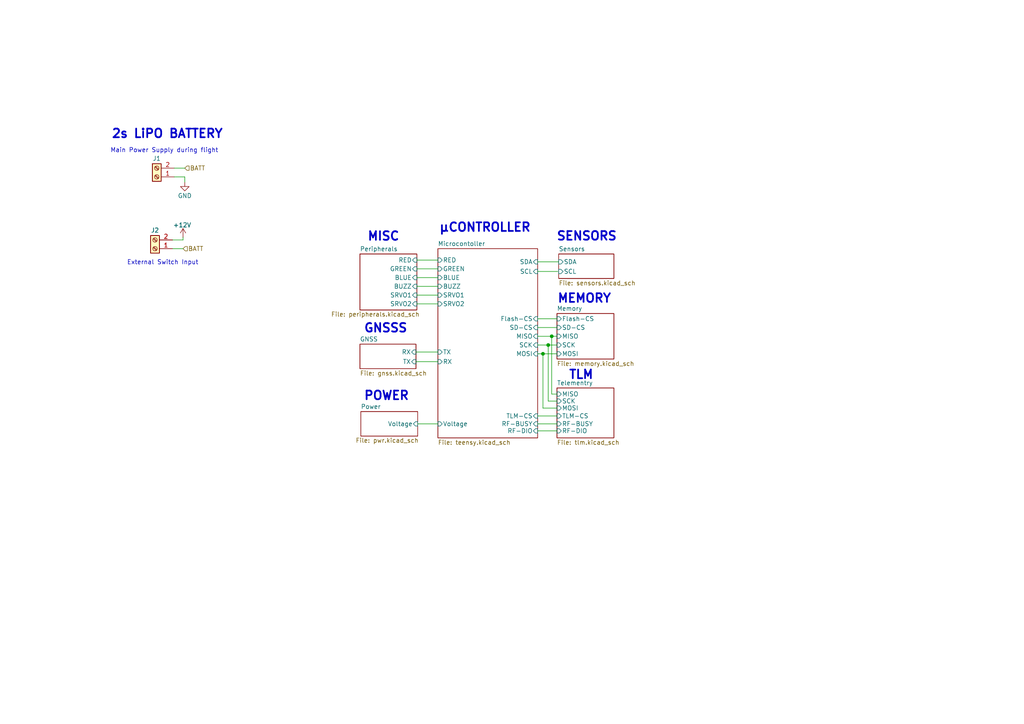
<source format=kicad_sch>
(kicad_sch (version 20230121) (generator eeschema)

  (uuid eca5bcb3-e8cc-4774-b734-f4245bf2d59b)

  (paper "A4")

  (lib_symbols
    (symbol "Connector:Screw_Terminal_01x02" (pin_names (offset 1.016) hide) (in_bom yes) (on_board yes)
      (property "Reference" "J" (at 0 2.54 0)
        (effects (font (size 1.27 1.27)))
      )
      (property "Value" "Screw_Terminal_01x02" (at 0 -5.08 0)
        (effects (font (size 1.27 1.27)))
      )
      (property "Footprint" "" (at 0 0 0)
        (effects (font (size 1.27 1.27)) hide)
      )
      (property "Datasheet" "~" (at 0 0 0)
        (effects (font (size 1.27 1.27)) hide)
      )
      (property "ki_keywords" "screw terminal" (at 0 0 0)
        (effects (font (size 1.27 1.27)) hide)
      )
      (property "ki_description" "Generic screw terminal, single row, 01x02, script generated (kicad-library-utils/schlib/autogen/connector/)" (at 0 0 0)
        (effects (font (size 1.27 1.27)) hide)
      )
      (property "ki_fp_filters" "TerminalBlock*:*" (at 0 0 0)
        (effects (font (size 1.27 1.27)) hide)
      )
      (symbol "Screw_Terminal_01x02_1_1"
        (rectangle (start -1.27 1.27) (end 1.27 -3.81)
          (stroke (width 0.254) (type default))
          (fill (type background))
        )
        (circle (center 0 -2.54) (radius 0.635)
          (stroke (width 0.1524) (type default))
          (fill (type none))
        )
        (polyline
          (pts
            (xy -0.5334 -2.2098)
            (xy 0.3302 -3.048)
          )
          (stroke (width 0.1524) (type default))
          (fill (type none))
        )
        (polyline
          (pts
            (xy -0.5334 0.3302)
            (xy 0.3302 -0.508)
          )
          (stroke (width 0.1524) (type default))
          (fill (type none))
        )
        (polyline
          (pts
            (xy -0.3556 -2.032)
            (xy 0.508 -2.8702)
          )
          (stroke (width 0.1524) (type default))
          (fill (type none))
        )
        (polyline
          (pts
            (xy -0.3556 0.508)
            (xy 0.508 -0.3302)
          )
          (stroke (width 0.1524) (type default))
          (fill (type none))
        )
        (circle (center 0 0) (radius 0.635)
          (stroke (width 0.1524) (type default))
          (fill (type none))
        )
        (pin passive line (at -5.08 0 0) (length 3.81)
          (name "Pin_1" (effects (font (size 1.27 1.27))))
          (number "1" (effects (font (size 1.27 1.27))))
        )
        (pin passive line (at -5.08 -2.54 0) (length 3.81)
          (name "Pin_2" (effects (font (size 1.27 1.27))))
          (number "2" (effects (font (size 1.27 1.27))))
        )
      )
    )
    (symbol "power:+12V" (power) (pin_names (offset 0)) (in_bom yes) (on_board yes)
      (property "Reference" "#PWR" (at 0 -3.81 0)
        (effects (font (size 1.27 1.27)) hide)
      )
      (property "Value" "+12V" (at 0 3.556 0)
        (effects (font (size 1.27 1.27)))
      )
      (property "Footprint" "" (at 0 0 0)
        (effects (font (size 1.27 1.27)) hide)
      )
      (property "Datasheet" "" (at 0 0 0)
        (effects (font (size 1.27 1.27)) hide)
      )
      (property "ki_keywords" "global power" (at 0 0 0)
        (effects (font (size 1.27 1.27)) hide)
      )
      (property "ki_description" "Power symbol creates a global label with name \"+12V\"" (at 0 0 0)
        (effects (font (size 1.27 1.27)) hide)
      )
      (symbol "+12V_0_1"
        (polyline
          (pts
            (xy -0.762 1.27)
            (xy 0 2.54)
          )
          (stroke (width 0) (type default))
          (fill (type none))
        )
        (polyline
          (pts
            (xy 0 0)
            (xy 0 2.54)
          )
          (stroke (width 0) (type default))
          (fill (type none))
        )
        (polyline
          (pts
            (xy 0 2.54)
            (xy 0.762 1.27)
          )
          (stroke (width 0) (type default))
          (fill (type none))
        )
      )
      (symbol "+12V_1_1"
        (pin power_in line (at 0 0 90) (length 0) hide
          (name "+12V" (effects (font (size 1.27 1.27))))
          (number "1" (effects (font (size 1.27 1.27))))
        )
      )
    )
    (symbol "power:GND" (power) (pin_names (offset 0)) (in_bom yes) (on_board yes)
      (property "Reference" "#PWR" (at 0 -6.35 0)
        (effects (font (size 1.27 1.27)) hide)
      )
      (property "Value" "GND" (at 0 -3.81 0)
        (effects (font (size 1.27 1.27)))
      )
      (property "Footprint" "" (at 0 0 0)
        (effects (font (size 1.27 1.27)) hide)
      )
      (property "Datasheet" "" (at 0 0 0)
        (effects (font (size 1.27 1.27)) hide)
      )
      (property "ki_keywords" "global power" (at 0 0 0)
        (effects (font (size 1.27 1.27)) hide)
      )
      (property "ki_description" "Power symbol creates a global label with name \"GND\" , ground" (at 0 0 0)
        (effects (font (size 1.27 1.27)) hide)
      )
      (symbol "GND_0_1"
        (polyline
          (pts
            (xy 0 0)
            (xy 0 -1.27)
            (xy 1.27 -1.27)
            (xy 0 -2.54)
            (xy -1.27 -1.27)
            (xy 0 -1.27)
          )
          (stroke (width 0) (type default))
          (fill (type none))
        )
      )
      (symbol "GND_1_1"
        (pin power_in line (at 0 0 270) (length 0) hide
          (name "GND" (effects (font (size 1.27 1.27))))
          (number "1" (effects (font (size 1.27 1.27))))
        )
      )
    )
  )

  (junction (at 160.02 97.536) (diameter 0) (color 0 0 0 0)
    (uuid 4469a1ab-618d-45b6-b1b2-21bba4f47415)
  )
  (junction (at 159.004 100.076) (diameter 0) (color 0 0 0 0)
    (uuid 61ff7a62-ee40-4370-b688-133763205f31)
  )
  (junction (at 157.48 102.616) (diameter 0) (color 0 0 0 0)
    (uuid c3e6e102-eab2-460e-a9bb-7439b2a954ff)
  )

  (wire (pts (xy 161.798 78.74) (xy 155.956 78.74))
    (stroke (width 0) (type default))
    (uuid 090325f4-89f1-41d5-9cfd-adea09637e6a)
  )
  (wire (pts (xy 53.086 68.834) (xy 53.086 69.596))
    (stroke (width 0) (type default))
    (uuid 0cd89813-e5f7-4b4a-ba70-aeef4d2b8001)
  )
  (wire (pts (xy 120.904 80.518) (xy 127 80.518))
    (stroke (width 0) (type default))
    (uuid 0f7baee0-ac7e-421d-a74d-9439ee2ddbba)
  )
  (wire (pts (xy 157.48 102.616) (xy 161.544 102.616))
    (stroke (width 0) (type default))
    (uuid 186c840f-1a06-412a-bda9-642f6273e3ce)
  )
  (wire (pts (xy 120.904 85.598) (xy 127 85.598))
    (stroke (width 0) (type default))
    (uuid 24b7d3f9-8f77-4a06-a92c-71a4f9c9bb16)
  )
  (wire (pts (xy 120.65 104.902) (xy 127 104.902))
    (stroke (width 0) (type default))
    (uuid 2ec0f04f-725e-432e-a458-bd74f1b40fb3)
  )
  (wire (pts (xy 120.904 88.138) (xy 127 88.138))
    (stroke (width 0) (type default))
    (uuid 3871d733-cf41-4e70-a148-2d5ce86b3b4c)
  )
  (wire (pts (xy 155.956 120.65) (xy 161.544 120.65))
    (stroke (width 0) (type default))
    (uuid 39b6c8a8-da85-49f2-accd-d2f206266b10)
  )
  (wire (pts (xy 53.086 69.596) (xy 50.038 69.596))
    (stroke (width 0) (type default))
    (uuid 3fb68d7a-5645-4edd-9296-1c37d711231e)
  )
  (wire (pts (xy 159.004 116.332) (xy 161.544 116.332))
    (stroke (width 0) (type default))
    (uuid 40d145d3-8017-4db7-ad4a-2e6d51a9d71e)
  )
  (wire (pts (xy 155.956 124.968) (xy 161.544 124.968))
    (stroke (width 0) (type default))
    (uuid 462e78be-0363-4098-9fc6-0320f1c41ca1)
  )
  (wire (pts (xy 155.956 92.456) (xy 161.544 92.456))
    (stroke (width 0) (type default))
    (uuid 48c95130-4552-42b1-b276-fdfed4d26314)
  )
  (wire (pts (xy 159.004 100.076) (xy 161.544 100.076))
    (stroke (width 0) (type default))
    (uuid 5456bfce-115b-48ad-82b1-9567d095e496)
  )
  (wire (pts (xy 161.544 94.996) (xy 155.956 94.996))
    (stroke (width 0) (type default))
    (uuid 5651a125-06e0-40a3-a84a-f665beec6663)
  )
  (wire (pts (xy 160.02 97.536) (xy 160.02 114.3))
    (stroke (width 0) (type default))
    (uuid 6b9482e6-b730-4d92-a5fb-86c94197e055)
  )
  (wire (pts (xy 155.956 100.076) (xy 159.004 100.076))
    (stroke (width 0) (type default))
    (uuid 73d6cd15-02cd-4e9d-93aa-c3ebded5cb6b)
  )
  (wire (pts (xy 120.904 75.438) (xy 127 75.438))
    (stroke (width 0) (type default))
    (uuid 7f3a33e8-3289-49e3-9cda-66a4b633bfa6)
  )
  (wire (pts (xy 50.546 51.308) (xy 53.594 51.308))
    (stroke (width 0) (type default))
    (uuid 876770db-96dc-4f1b-9179-67cf97e3364a)
  )
  (wire (pts (xy 161.544 114.3) (xy 160.02 114.3))
    (stroke (width 0) (type default))
    (uuid 8940be5c-ccbd-496b-9005-557f82411004)
  )
  (wire (pts (xy 50.038 72.136) (xy 53.086 72.136))
    (stroke (width 0) (type default))
    (uuid 9c864ace-fc4c-4ec8-ac54-0bcfda80ad85)
  )
  (wire (pts (xy 155.956 122.936) (xy 161.544 122.936))
    (stroke (width 0) (type default))
    (uuid a6edd218-57d8-4ae0-b045-e134a7bc2f32)
  )
  (wire (pts (xy 162.052 75.946) (xy 155.956 75.946))
    (stroke (width 0) (type default))
    (uuid a92e9551-06e9-4438-9888-df2329214cb6)
  )
  (wire (pts (xy 120.904 77.978) (xy 127 77.978))
    (stroke (width 0) (type default))
    (uuid abcf4abf-7562-4ece-b65e-97838bb058b4)
  )
  (wire (pts (xy 159.004 100.076) (xy 159.004 116.332))
    (stroke (width 0) (type default))
    (uuid ad6d2905-e11c-4c60-b9a4-54326e642743)
  )
  (wire (pts (xy 120.65 102.108) (xy 127 102.108))
    (stroke (width 0) (type default))
    (uuid b910c373-733f-4fcb-bcd7-10859bcc2679)
  )
  (wire (pts (xy 157.48 102.616) (xy 157.48 118.364))
    (stroke (width 0) (type default))
    (uuid c0e6182a-63af-4a8d-8072-abcc9984e341)
  )
  (wire (pts (xy 160.02 97.536) (xy 161.544 97.536))
    (stroke (width 0) (type default))
    (uuid c3a28eba-0f8b-45db-9758-addf6fd4fe51)
  )
  (wire (pts (xy 155.956 97.536) (xy 160.02 97.536))
    (stroke (width 0) (type default))
    (uuid c8bb7ddc-283a-491a-871e-f7268fc43f53)
  )
  (wire (pts (xy 50.546 48.768) (xy 53.594 48.768))
    (stroke (width 0) (type default))
    (uuid cbbc1743-1750-46ff-b8c1-385b156315ac)
  )
  (wire (pts (xy 121.158 122.936) (xy 127 122.936))
    (stroke (width 0) (type default))
    (uuid cbe913d4-3fd7-4ac3-bdf6-34edf2861af1)
  )
  (wire (pts (xy 155.956 102.616) (xy 157.48 102.616))
    (stroke (width 0) (type default))
    (uuid d2c1273d-fa93-4fa0-8e8c-d02fa3fa98e8)
  )
  (wire (pts (xy 157.48 118.364) (xy 161.544 118.364))
    (stroke (width 0) (type default))
    (uuid d83a7c09-1101-49a1-bd6a-458c5838fac4)
  )
  (wire (pts (xy 120.904 83.058) (xy 127 83.058))
    (stroke (width 0) (type default))
    (uuid d93350dc-07d5-451f-b0b5-ecc27fbdd809)
  )
  (wire (pts (xy 53.594 51.308) (xy 53.594 52.832))
    (stroke (width 0) (type default))
    (uuid fd98e108-a8c4-4ce3-b939-b65d0244efd3)
  )

  (text "MEMORY\n" (at 161.544 88.138 0)
    (effects (font (size 2.5 2.5) (thickness 0.5) bold) (justify left bottom))
    (uuid 100d211c-10a8-4cbf-ba27-acb592eefd10)
  )
  (text "µCONTROLLER" (at 127.254 67.564 0)
    (effects (font (size 2.5 2.5) (thickness 0.5) bold) (justify left bottom))
    (uuid 155cedc9-3f1b-4a4c-acf0-8f07b9ad4cb3)
  )
  (text "Main Power Supply during flight" (at 32.004 44.45 0)
    (effects (font (size 1.27 1.27)) (justify left bottom))
    (uuid 223638d5-6519-4b12-a010-9cfef5ac9fe0)
  )
  (text "SENSORS\n" (at 161.29 70.104 0)
    (effects (font (size 2.5 2.5) (thickness 0.5) bold) (justify left bottom))
    (uuid 3770b8d4-f02a-4f6a-ada9-c903b453f69e)
  )
  (text "GNSSS" (at 105.41 96.774 0)
    (effects (font (size 2.5 2.5) (thickness 0.5) bold) (justify left bottom))
    (uuid 41b7d8a2-cf2f-4dae-9283-5522606cf2e7)
  )
  (text "External Switch Input\n" (at 36.83 76.962 0)
    (effects (font (size 1.27 1.27)) (justify left bottom))
    (uuid 68d62748-1236-4aa4-9dc7-3fd1064cfda9)
  )
  (text "TLM\n\n" (at 164.846 114.3 0)
    (effects (font (size 2.5 2.5) (thickness 0.5) bold) (justify left bottom))
    (uuid b6d45314-192f-4959-8e2a-0408dcc1f7eb)
  )
  (text "POWER\n\n" (at 105.41 120.396 0)
    (effects (font (size 2.5 2.5) (thickness 0.5) bold) (justify left bottom))
    (uuid b82f90ba-98a7-47db-acce-349aac2b34d5)
  )
  (text "MISC\n\n" (at 106.426 74.168 0)
    (effects (font (size 2.5 2.5) (thickness 0.5) bold) (justify left bottom))
    (uuid c46c16d3-df47-4d9e-a5f5-ea12d761b97f)
  )
  (text "2s LiPO BATTERY" (at 32.258 40.386 0)
    (effects (font (size 2.5 2.5) (thickness 0.5) bold) (justify left bottom))
    (uuid fd9ad507-0bd1-4ebb-9123-c58b1b43af4d)
  )

  (hierarchical_label "BATT" (shape input) (at 53.086 72.136 0) (fields_autoplaced)
    (effects (font (size 1.27 1.27)) (justify left))
    (uuid 598ea321-99e7-44c3-96fb-f0f576120fc6)
  )
  (hierarchical_label "BATT" (shape input) (at 53.594 48.768 0) (fields_autoplaced)
    (effects (font (size 1.27 1.27)) (justify left))
    (uuid 9dc449a5-b132-4f34-ace0-6acc0391c447)
  )

  (symbol (lib_id "Connector:Screw_Terminal_01x02") (at 45.466 51.308 180) (unit 1)
    (in_bom yes) (on_board yes) (dnp no) (fields_autoplaced)
    (uuid 78f55979-f001-4582-9b95-8ea0429d4c4a)
    (property "Reference" "J1" (at 45.466 45.966 0)
      (effects (font (size 1.27 1.27)))
    )
    (property "Value" "Screw_Terminal_01x02" (at 45.466 45.966 0)
      (effects (font (size 1.27 1.27)) hide)
    )
    (property "Footprint" "" (at 45.466 51.308 0)
      (effects (font (size 1.27 1.27)) hide)
    )
    (property "Datasheet" "~" (at 45.466 51.308 0)
      (effects (font (size 1.27 1.27)) hide)
    )
    (pin "1" (uuid e50ee791-35cc-4aa1-a405-fc6cd9761ba1))
    (pin "2" (uuid 8c865c6d-e4f0-498d-b5ab-4b703a87716a))
    (instances
      (project "RocketryIN-FC"
        (path "/eca5bcb3-e8cc-4774-b734-f4245bf2d59b"
          (reference "J1") (unit 1)
        )
      )
    )
  )

  (symbol (lib_id "power:+12V") (at 53.086 68.834 0) (unit 1)
    (in_bom yes) (on_board yes) (dnp no)
    (uuid a0a804e0-2ee1-498b-a7cd-b00de4de3900)
    (property "Reference" "#PWR022" (at 53.086 72.644 0)
      (effects (font (size 1.27 1.27)) hide)
    )
    (property "Value" "+12V" (at 52.832 65.278 0)
      (effects (font (size 1.27 1.27)))
    )
    (property "Footprint" "" (at 53.086 68.834 0)
      (effects (font (size 1.27 1.27)) hide)
    )
    (property "Datasheet" "" (at 53.086 68.834 0)
      (effects (font (size 1.27 1.27)) hide)
    )
    (pin "1" (uuid 9ad0fdba-5e16-409e-bba0-cea2a6a7652f))
    (instances
      (project "RocketryIN-FC"
        (path "/eca5bcb3-e8cc-4774-b734-f4245bf2d59b"
          (reference "#PWR022") (unit 1)
        )
      )
    )
  )

  (symbol (lib_id "power:GND") (at 53.594 52.832 0) (unit 1)
    (in_bom yes) (on_board yes) (dnp no) (fields_autoplaced)
    (uuid aae110c1-6e2a-42e7-b0a8-7d341c04d31b)
    (property "Reference" "#PWR023" (at 53.594 59.182 0)
      (effects (font (size 1.27 1.27)) hide)
    )
    (property "Value" "GND" (at 53.594 56.777 0)
      (effects (font (size 1.27 1.27)))
    )
    (property "Footprint" "" (at 53.594 52.832 0)
      (effects (font (size 1.27 1.27)) hide)
    )
    (property "Datasheet" "" (at 53.594 52.832 0)
      (effects (font (size 1.27 1.27)) hide)
    )
    (pin "1" (uuid 7ed56b34-3a5a-4662-868e-6b867caed638))
    (instances
      (project "RocketryIN-FC"
        (path "/eca5bcb3-e8cc-4774-b734-f4245bf2d59b"
          (reference "#PWR023") (unit 1)
        )
      )
    )
  )

  (symbol (lib_id "Connector:Screw_Terminal_01x02") (at 44.958 72.136 180) (unit 1)
    (in_bom yes) (on_board yes) (dnp no) (fields_autoplaced)
    (uuid bdac77a6-4eae-47e0-8884-16a3e948c1aa)
    (property "Reference" "J2" (at 44.958 66.794 0)
      (effects (font (size 1.27 1.27)))
    )
    (property "Value" "Screw_Terminal_01x02" (at 44.958 66.794 0)
      (effects (font (size 1.27 1.27)) hide)
    )
    (property "Footprint" "" (at 44.958 72.136 0)
      (effects (font (size 1.27 1.27)) hide)
    )
    (property "Datasheet" "~" (at 44.958 72.136 0)
      (effects (font (size 1.27 1.27)) hide)
    )
    (pin "1" (uuid ce69d99e-92b1-4e9f-a54a-eae154141c84))
    (pin "2" (uuid 135f9e2e-70fa-4431-a5b3-a302d7ff1760))
    (instances
      (project "RocketryIN-FC"
        (path "/eca5bcb3-e8cc-4774-b734-f4245bf2d59b"
          (reference "J2") (unit 1)
        )
      )
    )
  )

  (sheet (at 104.394 99.822) (size 16.256 7.112) (fields_autoplaced)
    (stroke (width 0.1524) (type solid))
    (fill (color 0 0 0 0.0000))
    (uuid 16d2438b-42fd-4ef3-a7c7-07434d57b853)
    (property "Sheetname" "GNSS" (at 104.394 99.1104 0)
      (effects (font (size 1.27 1.27)) (justify left bottom))
    )
    (property "Sheetfile" "gnss.kicad_sch" (at 104.394 107.5186 0)
      (effects (font (size 1.27 1.27)) (justify left top))
    )
    (pin "RX" input (at 120.65 102.108 0)
      (effects (font (size 1.27 1.27)) (justify right))
      (uuid d8e9c87c-820e-4ef5-93aa-60162b555020)
    )
    (pin "TX" input (at 120.65 104.902 0)
      (effects (font (size 1.27 1.27)) (justify right))
      (uuid 19a9b68d-c577-4787-9f6b-65e9a50f002e)
    )
    (instances
      (project "RocketryIN-FC"
        (path "/eca5bcb3-e8cc-4774-b734-f4245bf2d59b" (page "8"))
      )
    )
  )

  (sheet (at 104.648 119.38) (size 16.51 7.112)
    (stroke (width 0.1524) (type solid))
    (fill (color 0 0 0 0.0000))
    (uuid 5057bef7-2079-475f-a386-12f7b9f3109d)
    (property "Sheetname" "Power" (at 104.648 118.6684 0)
      (effects (font (size 1.27 1.27)) (justify left bottom))
    )
    (property "Sheetfile" "pwr.kicad_sch" (at 103.124 127 0)
      (effects (font (size 1.27 1.27)) (justify left top))
    )
    (pin "Voltage" input (at 121.158 122.936 0)
      (effects (font (size 1.27 1.27)) (justify right))
      (uuid d4c66e31-578d-4d0c-bf30-9d0dcf6becf5)
    )
    (instances
      (project "RocketryIN-FC"
        (path "/eca5bcb3-e8cc-4774-b734-f4245bf2d59b" (page "6"))
      )
    )
  )

  (sheet (at 104.394 73.66) (size 16.51 16.256)
    (stroke (width 0.1524) (type solid))
    (fill (color 0 0 0 0.0000))
    (uuid 8842cc86-3e79-4f32-b754-f667e2dcd79d)
    (property "Sheetname" "Peripherals" (at 104.394 72.9484 0)
      (effects (font (size 1.27 1.27)) (justify left bottom))
    )
    (property "Sheetfile" "peripherals.kicad_sch" (at 96.012 90.424 0)
      (effects (font (size 1.27 1.27)) (justify left top))
    )
    (pin "BUZZ" input (at 120.904 83.058 0)
      (effects (font (size 1.27 1.27)) (justify right))
      (uuid b508ff1b-6bce-4b83-863c-7286c8991b89)
    )
    (pin "SRVO1" input (at 120.904 85.598 0)
      (effects (font (size 1.27 1.27)) (justify right))
      (uuid 4d32cd39-d9bd-4b1b-a72e-8bd1447bf70c)
    )
    (pin "SRVO2" input (at 120.904 88.138 0)
      (effects (font (size 1.27 1.27)) (justify right))
      (uuid 544d4187-043f-4ff7-a39f-344fff5e0a52)
    )
    (pin "BLUE" input (at 120.904 80.518 0)
      (effects (font (size 1.27 1.27)) (justify right))
      (uuid 33c7dad4-808d-4f4c-822f-58048516af19)
    )
    (pin "RED" input (at 120.904 75.438 0)
      (effects (font (size 1.27 1.27)) (justify right))
      (uuid e4514629-ec67-40fa-9ce9-9ae4b229d872)
    )
    (pin "GREEN" input (at 120.904 77.978 0)
      (effects (font (size 1.27 1.27)) (justify right))
      (uuid d0505b25-eba5-4a92-aa8c-ac206198949f)
    )
    (instances
      (project "RocketryIN-FC"
        (path "/eca5bcb3-e8cc-4774-b734-f4245bf2d59b" (page "5"))
      )
    )
  )

  (sheet (at 161.544 112.522) (size 16.51 14.478) (fields_autoplaced)
    (stroke (width 0.1524) (type solid))
    (fill (color 0 0 0 0.0000))
    (uuid 96309280-5319-4be2-b61b-1b033614f00b)
    (property "Sheetname" "Telementry" (at 161.544 111.8104 0)
      (effects (font (size 1.27 1.27)) (justify left bottom))
    )
    (property "Sheetfile" "tlm.kicad_sch" (at 161.544 127.5846 0)
      (effects (font (size 1.27 1.27)) (justify left top))
    )
    (pin "RF-BUSY" input (at 161.544 122.936 180)
      (effects (font (size 1.27 1.27)) (justify left))
      (uuid 4dd35069-abe2-4d19-b75d-f2d196ef9d2d)
    )
    (pin "MISO" input (at 161.544 114.3 180)
      (effects (font (size 1.27 1.27)) (justify left))
      (uuid 6fbcf8f6-b0b4-4429-b63a-66ea806318d8)
    )
    (pin "MOSI" input (at 161.544 118.364 180)
      (effects (font (size 1.27 1.27)) (justify left))
      (uuid 60341ddc-a8fd-41eb-8f3d-3bdcca9e0f1d)
    )
    (pin "TLM-CS" input (at 161.544 120.65 180)
      (effects (font (size 1.27 1.27)) (justify left))
      (uuid 25a5d513-ac9f-4c53-b6a2-a82d1a27fcc6)
    )
    (pin "SCK" input (at 161.544 116.332 180)
      (effects (font (size 1.27 1.27)) (justify left))
      (uuid edd26b7e-a2e3-4e45-9196-5bb2cf1a9f3f)
    )
    (pin "RF-DIO" input (at 161.544 124.968 180)
      (effects (font (size 1.27 1.27)) (justify left))
      (uuid 0e1ae159-46c8-4fc0-9b0f-aabfa5447d81)
    )
    (instances
      (project "RocketryIN-FC"
        (path "/eca5bcb3-e8cc-4774-b734-f4245bf2d59b" (page "7"))
      )
    )
  )

  (sheet (at 127 72.136) (size 28.956 54.864) (fields_autoplaced)
    (stroke (width 0.1524) (type solid))
    (fill (color 0 0 0 0.0000))
    (uuid c5b34a95-cdb8-4e3e-9225-49ec6b1e1cf2)
    (property "Sheetname" "Microcontoller" (at 127 71.4244 0)
      (effects (font (size 1.27 1.27)) (justify left bottom))
    )
    (property "Sheetfile" "teensy.kicad_sch" (at 127 127.5846 0)
      (effects (font (size 1.27 1.27)) (justify left top))
    )
    (pin "SDA" input (at 155.956 75.946 0)
      (effects (font (size 1.27 1.27)) (justify right))
      (uuid 677bdb73-288c-4fc7-8f3c-299b4abc3c1b)
    )
    (pin "SCL" input (at 155.956 78.74 0)
      (effects (font (size 1.27 1.27)) (justify right))
      (uuid e2ef6bbd-8234-487e-b41f-aa56bbc09b6a)
    )
    (pin "SCK" input (at 155.956 100.076 0)
      (effects (font (size 1.27 1.27)) (justify right))
      (uuid 0aaa8a40-3a31-45bf-9134-67fea01ef601)
    )
    (pin "MOSI" input (at 155.956 102.616 0)
      (effects (font (size 1.27 1.27)) (justify right))
      (uuid 0399addd-cf12-45a6-960e-af98496c4530)
    )
    (pin "MISO" input (at 155.956 97.536 0)
      (effects (font (size 1.27 1.27)) (justify right))
      (uuid 0d7e740d-cbdd-4287-b1c4-4473098accb2)
    )
    (pin "Flash-CS" input (at 155.956 92.456 0)
      (effects (font (size 1.27 1.27)) (justify right))
      (uuid c34f0b05-d5c5-4284-ac2a-e988b67a35de)
    )
    (pin "SD-CS" input (at 155.956 94.996 0)
      (effects (font (size 1.27 1.27)) (justify right))
      (uuid 62749833-392c-4f31-b7b9-de5b46fa641b)
    )
    (pin "RED" input (at 127 75.438 180)
      (effects (font (size 1.27 1.27)) (justify left))
      (uuid b621b4cc-fce0-4b81-89f6-03e19d58be82)
    )
    (pin "BUZZ" input (at 127 83.058 180)
      (effects (font (size 1.27 1.27)) (justify left))
      (uuid 791d5e32-eea6-47a4-8070-4b6612f25098)
    )
    (pin "SRVO2" input (at 127 88.138 180)
      (effects (font (size 1.27 1.27)) (justify left))
      (uuid afbbfc80-9eb4-4690-a8ed-f79c011b3818)
    )
    (pin "SRVO1" input (at 127 85.598 180)
      (effects (font (size 1.27 1.27)) (justify left))
      (uuid 1c48dc4d-fadf-4c72-8880-c47f3d014543)
    )
    (pin "BLUE" input (at 127 80.518 180)
      (effects (font (size 1.27 1.27)) (justify left))
      (uuid f9aeece5-5c8c-401f-9dde-a87705b8c656)
    )
    (pin "GREEN" input (at 127 77.978 180)
      (effects (font (size 1.27 1.27)) (justify left))
      (uuid 40289a0c-0ca3-4a68-a030-a1b634b65de4)
    )
    (pin "Voltage" input (at 127 122.936 180)
      (effects (font (size 1.27 1.27)) (justify left))
      (uuid fb7ca6de-3b5e-46d2-b97f-626871026132)
    )
    (pin "RF-DIO" input (at 155.956 124.968 0)
      (effects (font (size 1.27 1.27)) (justify right))
      (uuid a007e30b-5338-4e38-a535-989274653b0f)
    )
    (pin "RF-BUSY" input (at 155.956 122.936 0)
      (effects (font (size 1.27 1.27)) (justify right))
      (uuid 18e2c495-1d76-47cf-86cd-21b3b575b307)
    )
    (pin "TLM-CS" input (at 155.956 120.65 0)
      (effects (font (size 1.27 1.27)) (justify right))
      (uuid c3ce18d8-b471-4906-8e19-711ccdf9229e)
    )
    (pin "RX" input (at 127 104.902 180)
      (effects (font (size 1.27 1.27)) (justify left))
      (uuid d055c36e-8bca-4463-a6a1-702240c0ae75)
    )
    (pin "TX" input (at 127 102.108 180)
      (effects (font (size 1.27 1.27)) (justify left))
      (uuid a8aeddb6-1d00-45a4-8e2b-789ba90352d6)
    )
    (instances
      (project "RocketryIN-FC"
        (path "/eca5bcb3-e8cc-4774-b734-f4245bf2d59b" (page "2"))
      )
    )
  )

  (sheet (at 161.544 90.932) (size 16.51 13.208) (fields_autoplaced)
    (stroke (width 0.1524) (type solid))
    (fill (color 0 0 0 0.0000))
    (uuid e2d46539-45ba-4d8f-9573-2fe54f1690de)
    (property "Sheetname" "Memory" (at 161.544 90.2204 0)
      (effects (font (size 1.27 1.27)) (justify left bottom))
    )
    (property "Sheetfile" "memory.kicad_sch" (at 161.544 104.7246 0)
      (effects (font (size 1.27 1.27)) (justify left top))
    )
    (pin "SCK" input (at 161.544 100.076 180)
      (effects (font (size 1.27 1.27)) (justify left))
      (uuid e2e634ea-0b4e-4f0a-b70a-71aff6112e12)
    )
    (pin "MOSI" input (at 161.544 102.616 180)
      (effects (font (size 1.27 1.27)) (justify left))
      (uuid f196c5fd-2d77-4c65-9ad6-07db3fcd5d3c)
    )
    (pin "Flash-CS" input (at 161.544 92.456 180)
      (effects (font (size 1.27 1.27)) (justify left))
      (uuid fb7cdcbe-2691-4921-b253-daad07d78f78)
    )
    (pin "MISO" input (at 161.544 97.536 180)
      (effects (font (size 1.27 1.27)) (justify left))
      (uuid 18b2acdc-0b9c-4a25-aa5b-c8e1e7514168)
    )
    (pin "SD-CS" input (at 161.544 94.996 180)
      (effects (font (size 1.27 1.27)) (justify left))
      (uuid c93684c9-2674-44a1-881e-c57cefadf554)
    )
    (instances
      (project "RocketryIN-FC"
        (path "/eca5bcb3-e8cc-4774-b734-f4245bf2d59b" (page "4"))
      )
    )
  )

  (sheet (at 162.052 73.66) (size 16.002 7.112) (fields_autoplaced)
    (stroke (width 0.1524) (type solid))
    (fill (color 0 0 0 0.0000))
    (uuid e8fec4d7-cc72-451d-a071-0f422c479d3a)
    (property "Sheetname" "Sensors" (at 162.052 72.9484 0)
      (effects (font (size 1.27 1.27)) (justify left bottom))
    )
    (property "Sheetfile" "sensors.kicad_sch" (at 162.052 81.3566 0)
      (effects (font (size 1.27 1.27)) (justify left top))
    )
    (pin "SDA" input (at 162.052 75.946 180)
      (effects (font (size 1.27 1.27)) (justify left))
      (uuid 2c4e329e-970b-4d38-99ac-eba8b7c696a7)
    )
    (pin "SCL" input (at 162.052 78.74 180)
      (effects (font (size 1.27 1.27)) (justify left))
      (uuid c0aa158f-9efe-43c4-b1d6-041071b2787b)
    )
    (instances
      (project "RocketryIN-FC"
        (path "/eca5bcb3-e8cc-4774-b734-f4245bf2d59b" (page "3"))
      )
    )
  )

  (sheet_instances
    (path "/" (page "1"))
  )
)

</source>
